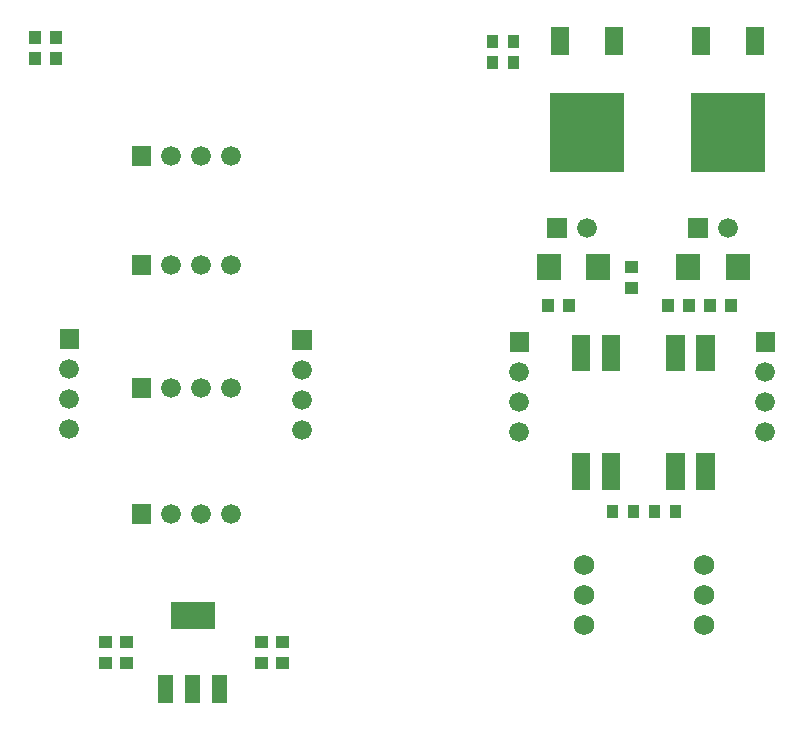
<source format=gts>
G04 Layer: TopSolderMaskLayer*
G04 EasyEDA v6.4.19.4, 2021-06-11T14:51:01+08:00*
G04 1c108e45da03483e8fe651057a321652,2444bf6f38dc4a26b464d521983d9d6f,10*
G04 Gerber Generator version 0.2*
G04 Scale: 100 percent, Rotated: No, Reflected: No *
G04 Dimensions in millimeters *
G04 leading zeros omitted , absolute positions ,4 integer and 5 decimal *
%FSLAX45Y45*%
%MOMM*%

%ADD38C,1.6764*%
%ADD43C,1.7272*%

%LPD*%
G36*
X6332727Y7331963D02*
G01*
X6332727Y7552436D01*
X6533134Y7552436D01*
X6533134Y7331963D01*
G37*
G36*
X5912865Y7331963D02*
G01*
X5912865Y7552436D01*
X6113272Y7552436D01*
X6113272Y7331963D01*
G37*
G36*
X5151627Y7331963D02*
G01*
X5151627Y7552436D01*
X5352034Y7552436D01*
X5352034Y7331963D01*
G37*
G36*
X4731765Y7331963D02*
G01*
X4731765Y7552436D01*
X4932172Y7552436D01*
X4932172Y7331963D01*
G37*
G36*
X4818379Y7688579D02*
G01*
X4818379Y7856220D01*
X4986020Y7856220D01*
X4986020Y7688579D01*
G37*
D38*
G01*
X5156200Y7772400D03*
G36*
X6012179Y7688579D02*
G01*
X6012179Y7856220D01*
X6179820Y7856220D01*
X6179820Y7688579D01*
G37*
G01*
X6350000Y7772400D03*
G36*
X4500879Y6723379D02*
G01*
X4500879Y6891020D01*
X4668520Y6891020D01*
X4668520Y6723379D01*
G37*
G01*
X4584700Y6553200D03*
G01*
X4584700Y6299200D03*
G01*
X4584700Y6045200D03*
G36*
X6583679Y6723379D02*
G01*
X6583679Y6891020D01*
X6751320Y6891020D01*
X6751320Y6723379D01*
G37*
G01*
X6667500Y6553200D03*
G01*
X6667500Y6299200D03*
G01*
X6667500Y6045200D03*
G36*
X4306061Y9292081D02*
G01*
X4306061Y9402318D01*
X4406391Y9402318D01*
X4406391Y9292081D01*
G37*
G36*
X4483608Y9292081D02*
G01*
X4483608Y9402318D01*
X4583938Y9402318D01*
X4583938Y9292081D01*
G37*
G36*
X6043422Y9233154D02*
G01*
X6043422Y9473437D01*
X6198615Y9473437D01*
X6198615Y9233154D01*
G37*
G36*
X6501384Y9233662D02*
G01*
X6501384Y9473945D01*
X6656577Y9473945D01*
X6656577Y9233662D01*
G37*
G36*
X6039865Y8243315D02*
G01*
X6039865Y8913621D01*
X6660134Y8913621D01*
X6660134Y8243315D01*
G37*
G36*
X4849622Y9233154D02*
G01*
X4849622Y9473437D01*
X5004815Y9473437D01*
X5004815Y9233154D01*
G37*
G36*
X5307584Y9233662D02*
G01*
X5307584Y9473945D01*
X5462777Y9473945D01*
X5462777Y9233662D01*
G37*
G36*
X4846065Y8243315D02*
G01*
X4846065Y8913621D01*
X5466334Y8913621D01*
X5466334Y8243315D01*
G37*
G36*
X5677661Y5316981D02*
G01*
X5677661Y5427218D01*
X5777991Y5427218D01*
X5777991Y5316981D01*
G37*
G36*
X5855208Y5316981D02*
G01*
X5855208Y5427218D01*
X5955538Y5427218D01*
X5955538Y5316981D01*
G37*
G36*
X5969508Y7056881D02*
G01*
X5969508Y7167118D01*
X6069838Y7167118D01*
X6069838Y7056881D01*
G37*
G36*
X5791961Y7056881D02*
G01*
X5791961Y7167118D01*
X5892291Y7167118D01*
X5892291Y7056881D01*
G37*
G36*
X6325108Y7056881D02*
G01*
X6325108Y7167118D01*
X6425438Y7167118D01*
X6425438Y7056881D01*
G37*
G36*
X6147561Y7056881D02*
G01*
X6147561Y7167118D01*
X6247891Y7167118D01*
X6247891Y7056881D01*
G37*
G36*
X4306061Y9114281D02*
G01*
X4306061Y9224518D01*
X4406391Y9224518D01*
X4406391Y9114281D01*
G37*
G36*
X4483608Y9114281D02*
G01*
X4483608Y9224518D01*
X4583938Y9224518D01*
X4583938Y9114281D01*
G37*
G36*
X5499608Y5316981D02*
G01*
X5499608Y5427218D01*
X5599938Y5427218D01*
X5599938Y5316981D01*
G37*
G36*
X5322061Y5316981D02*
G01*
X5322061Y5427218D01*
X5422391Y5427218D01*
X5422391Y5316981D01*
G37*
G36*
X4775961Y7056881D02*
G01*
X4775961Y7167118D01*
X4876291Y7167118D01*
X4876291Y7056881D01*
G37*
G36*
X4953508Y7056881D02*
G01*
X4953508Y7167118D01*
X5053838Y7167118D01*
X5053838Y7056881D01*
G37*
G36*
X5482081Y7391908D02*
G01*
X5482081Y7492237D01*
X5592318Y7492237D01*
X5592318Y7391908D01*
G37*
G36*
X5482081Y7214362D02*
G01*
X5482081Y7314692D01*
X5592318Y7314692D01*
X5592318Y7214362D01*
G37*
D43*
G01*
X6146800Y4914900D03*
G01*
X6146800Y4660900D03*
G01*
X6146800Y4406900D03*
G01*
X5130800Y4406900D03*
G01*
X5130800Y4660900D03*
G01*
X5130800Y4914900D03*
G36*
X5025390Y6555231D02*
G01*
X5025390Y6865365D01*
X5185409Y6865365D01*
X5185409Y6555231D01*
G37*
G36*
X5279390Y6555231D02*
G01*
X5279390Y6865365D01*
X5439409Y6865365D01*
X5439409Y6555231D01*
G37*
G36*
X5279390Y5555234D02*
G01*
X5279390Y5865368D01*
X5439409Y5865368D01*
X5439409Y5555234D01*
G37*
G36*
X5025390Y5555234D02*
G01*
X5025390Y5865368D01*
X5185409Y5865368D01*
X5185409Y5555234D01*
G37*
G36*
X5825490Y6555231D02*
G01*
X5825490Y6865365D01*
X5985509Y6865365D01*
X5985509Y6555231D01*
G37*
G36*
X6079490Y6555231D02*
G01*
X6079490Y6865365D01*
X6239509Y6865365D01*
X6239509Y6555231D01*
G37*
G36*
X6079490Y5555234D02*
G01*
X6079490Y5865368D01*
X6239509Y5865368D01*
X6239509Y5555234D01*
G37*
G36*
X5825490Y5555234D02*
G01*
X5825490Y5865368D01*
X5985509Y5865368D01*
X5985509Y5555234D01*
G37*
G36*
X1024381Y4039362D02*
G01*
X1024381Y4139437D01*
X1134618Y4139437D01*
X1134618Y4039362D01*
G37*
G36*
X1024381Y4216907D02*
G01*
X1024381Y4317237D01*
X1134618Y4317237D01*
X1134618Y4216907D01*
G37*
G36*
X1202181Y4039362D02*
G01*
X1202181Y4139437D01*
X1312418Y4139437D01*
X1312418Y4039362D01*
G37*
G36*
X1202181Y4216907D02*
G01*
X1202181Y4317237D01*
X1312418Y4317237D01*
X1312418Y4216907D01*
G37*
G36*
X2345181Y4216907D02*
G01*
X2345181Y4317237D01*
X2455418Y4317237D01*
X2455418Y4216907D01*
G37*
G36*
X2345181Y4039362D02*
G01*
X2345181Y4139692D01*
X2455418Y4139692D01*
X2455418Y4039362D01*
G37*
G36*
X2522981Y4216907D02*
G01*
X2522981Y4317237D01*
X2633218Y4317237D01*
X2633218Y4216907D01*
G37*
G36*
X2522981Y4039362D02*
G01*
X2522981Y4139692D01*
X2633218Y4139692D01*
X2633218Y4039362D01*
G37*
G36*
X690879Y6748779D02*
G01*
X690879Y6916420D01*
X858520Y6916420D01*
X858520Y6748779D01*
G37*
D38*
G01*
X774700Y6578600D03*
G01*
X774700Y6324600D03*
G01*
X774700Y6070600D03*
G36*
X2659379Y6736079D02*
G01*
X2659379Y6903720D01*
X2827020Y6903720D01*
X2827020Y6736079D01*
G37*
G01*
X2743200Y6565900D03*
G01*
X2743200Y6311900D03*
G01*
X2743200Y6057900D03*
G36*
X1300479Y5262879D02*
G01*
X1300479Y5430520D01*
X1468120Y5430520D01*
X1468120Y5262879D01*
G37*
G01*
X1638300Y5346700D03*
G01*
X1892300Y5346700D03*
G01*
X2146300Y5346700D03*
G36*
X1300479Y6329679D02*
G01*
X1300479Y6497320D01*
X1468120Y6497320D01*
X1468120Y6329679D01*
G37*
G01*
X1638300Y6413500D03*
G01*
X1892300Y6413500D03*
G01*
X2146300Y6413500D03*
G36*
X1300479Y7371079D02*
G01*
X1300479Y7538720D01*
X1468120Y7538720D01*
X1468120Y7371079D01*
G37*
G01*
X1638300Y7454900D03*
G01*
X1892300Y7454900D03*
G01*
X2146300Y7454900D03*
G36*
X1300479Y8298179D02*
G01*
X1300479Y8465820D01*
X1468120Y8465820D01*
X1468120Y8298179D01*
G37*
G01*
X1638300Y8382000D03*
G01*
X1892300Y8382000D03*
G01*
X2146300Y8382000D03*
G36*
X432562Y9330181D02*
G01*
X432562Y9440418D01*
X532892Y9440418D01*
X532892Y9330181D01*
G37*
G36*
X610107Y9330181D02*
G01*
X610107Y9440418D01*
X710437Y9440418D01*
X710437Y9330181D01*
G37*
G36*
X432562Y9152381D02*
G01*
X432562Y9262618D01*
X532892Y9262618D01*
X532892Y9152381D01*
G37*
G36*
X610107Y9152381D02*
G01*
X610107Y9262618D01*
X710437Y9262618D01*
X710437Y9152381D01*
G37*
G36*
X1521460Y3750310D02*
G01*
X1521460Y3986529D01*
X1651000Y3986529D01*
X1651000Y3750310D01*
G37*
G36*
X1752600Y3750310D02*
G01*
X1752600Y3986529D01*
X1882139Y3986529D01*
X1882139Y3750310D01*
G37*
G36*
X1981200Y3750310D02*
G01*
X1981200Y3986529D01*
X2110740Y3986529D01*
X2110740Y3750310D01*
G37*
G36*
X1631950Y4370070D02*
G01*
X1631950Y4606289D01*
X2002790Y4606289D01*
X2002790Y4370070D01*
G37*
M02*

</source>
